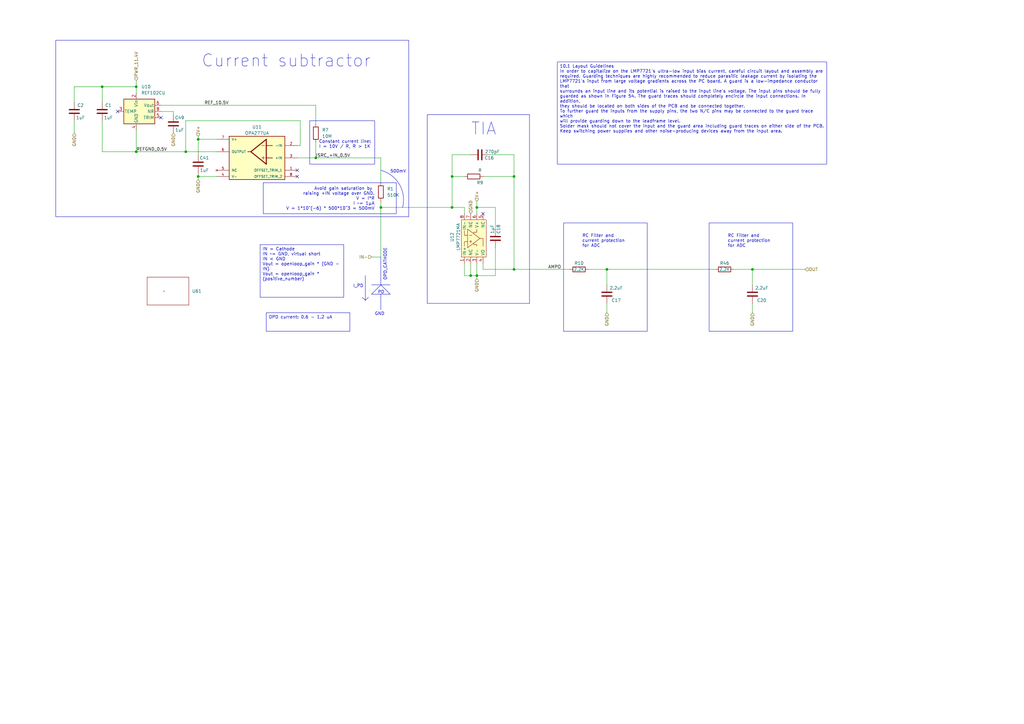
<source format=kicad_sch>
(kicad_sch (version 20230121) (generator eeschema)
  (paper "A3")
  (lib_symbols
    (symbol "Device:C" (pin_numbers hide) (pin_names (offset 0.254))
      (property "Reference" "C" (at 0.635 2.54 0))
      (property "Value" "C" (at 0.635 -2.54 0))
      (symbol "C_0_1"
        (polyline (pts (xy -2.032 -0.762) (xy 2.032 -0.762)) (stroke (width 0.508)))
        (polyline (pts (xy -2.032 0.762) (xy 2.032 0.762)) (stroke (width 0.508)))
      )
      (symbol "C_1_1"
        (pin passive line (at 0 3.81 270) (length 2.794) (name "~") (number "1"))
        (pin passive line (at 0 -3.81 90) (length 2.794) (name "~") (number "2"))
      )
    )
    (symbol "Device:R" (pin_numbers hide) (pin_names (offset 0))
      (property "Reference" "R" (at 2.032 0 90))
      (property "Value" "R" (at 0 0 90))
      (symbol "R_0_1"
        (rectangle (start -1.016 -2.54) (end 1.016 2.54) (stroke (width 0.254)))
      )
      (symbol "R_1_1"
        (pin passive line (at 0 3.81 270) (length 1.27) (name "~") (number "1"))
        (pin passive line (at 0 -3.81 90) (length 1.27) (name "~") (number "2"))
      )
    )
    (symbol "LMP7721:LMP7721MA"
      (property "Reference" "U" (at 0 6.35 0))
      (property "Value" "LMP7721MA" (at -0.635 8.89 0))
      (symbol "LMP7721MA_0_1"
        (rectangle (start -7.62 5.08) (end 7.62 -5.08) (fill (type background)))
        (polyline (pts (xy -1.778 1.27) (xy -0.762 1.27)))
        (polyline (pts (xy -1.27 1.778) (xy -1.27 0.762)))
        (polyline (pts (xy 1.27 1.778) (xy 1.27 0.762)))
        (polyline (pts (xy -1.27 2.54) (xy -1.27 3.81) (xy -3.175 3.81)))
        (polyline (pts (xy 0 -2.54) (xy 0 -3.81) (xy -3.175 -3.81)))
        (polyline (pts (xy 1.27 2.54) (xy 1.27 3.81) (xy 3.175 3.81)))
        (polyline (pts (xy -3.81 2.54) (xy 3.81 2.54) (xy 0 -2.54) (xy -3.81 2.54)))
        (polyline (pts (xy -1.905 0) (xy -2.54 0) (xy -2.54 -1.27) (xy -3.175 -1.27)))
        (polyline (pts (xy 1.905 0) (xy 2.54 0) (xy 2.54 -1.27) (xy 3.81 -1.27)))
      )
      (symbol "LMP7721MA_1_1"
        (pin input line (at -10.16 3.81 0) (length 2.54) (name "IN+") (number "1"))
        (pin passive line (at -10.16 1.27 0) (length 2.54) (name "NC") (number "2"))
        (pin power_in line (at -10.16 -1.27 0) (length 2.54) (name "V-") (number "3"))
        (pin output line (at -10.16 -3.81 0) (length 2.54) (name "VO") (number "4"))
        (pin passive line (at 10.16 -3.81 180) (length 2.54) (name "NC") (number "5"))
        (pin power_in line (at 10.16 -1.27 180) (length 2.54) (name "V+") (number "6"))
        (pin passive line (at 10.16 1.27 180) (length 2.54) (name "NC") (number "7"))
        (pin input line (at 10.16 3.81 180) (length 2.54) (name "IN-") (number "8"))
      )
    )
    (symbol "OPAx277:OPA277UA" (pin_names (offset 1.016))
      (property "Reference" "U" (at -10.16 13.97 0))
      (property "Value" "OPA277UA" (at -10.16 -6.35 0))
      (symbol "OPA277UA_0_0"
        (rectangle (start -10.16 13.97) (end 12.7 -3.81) (stroke (width 0.254)) (fill (type background)))
        (polyline (pts (xy -5.08 5.08) (xy -2.54 5.08)) (stroke (width 0.254)))
        (polyline (pts (xy -5.08 10.16) (xy -2.54 10.16)) (stroke (width 0.254)))
        (polyline (pts (xy -2.54 2.54) (xy 3.81 7.62)) (stroke (width 0.4064)))
        (polyline (pts (xy -2.54 5.08) (xy -2.54 2.54)) (stroke (width 0.4064)))
        (polyline (pts (xy -2.54 10.16) (xy -2.54 5.08)) (stroke (width 0.4064)))
        (polyline (pts (xy -2.54 12.7) (xy -2.54 10.16)) (stroke (width 0.4064)))
        (polyline (pts (xy -1.905 5.08) (xy -0.635 5.08)) (stroke (width 0.1524)))
        (polyline (pts (xy -1.905 10.16) (xy -0.635 10.16)) (stroke (width 0.1524)))
        (polyline (pts (xy -1.27 5.715) (xy -1.27 4.445)) (stroke (width 0.1524)))
        (polyline (pts (xy 3.81 7.62) (xy -2.54 12.7)) (stroke (width 0.4064)))
        (polyline (pts (xy 3.81 7.62) (xy 5.08 7.62)) (stroke (width 0.254)))
        (pin input line (at -15.24 0 0) (length 5.08) (name "OFFSET_TRIM_1") (number "1"))
        (pin input line (at -15.24 10.16 0) (length 5.08) (name "-IN") (number "2"))
        (pin input line (at -15.24 5.08 0) (length 5.08) (name "+IN") (number "3"))
        (pin power_in line (at 17.78 -2.54 180) (length 5.08) (name "V-") (number "4"))
        (pin no_connect line (at 17.78 0 180) (length 5.08) (name "NC") (number "5"))
        (pin output line (at 17.78 7.62 180) (length 5.08) (name "OUTPUT") (number "6"))
        (pin power_in line (at 17.78 12.7 180) (length 5.08) (name "V+") (number "7"))
        (pin input line (at -15.24 -2.54 0) (length 5.08) (name "OFFSET_TRIM_2") (number "8"))
      )
    )
    (symbol "Reference_Voltage:REF102CU" (pin_names (offset 0.254))
      (property "Reference" "U" (at 0 8.255 0))
      (property "Value" "REF102CU" (at 3.175 6.35 0))
      (symbol "REF102CU_0_1"
        (rectangle (start -7.62 5.08) (end 5.08 -5.08) (stroke (width 0.254)) (fill (type background)))
      )
      (symbol "REF102CU_1_1"
        (pin no_connect line (at -5.08 -5.08 90) (length 2.54) hide (name "NC") (number "1"))
        (pin power_in line (at -2.54 7.62 270) (length 2.54) (name "Vin") (number "2"))
        (pin passive line (at -10.16 0 0) (length 2.54) (name "TEMP") (number "3"))
        (pin power_in line (at -2.54 -7.62 90) (length 2.54) (name "GND") (number "4"))
        (pin passive line (at 7.62 -2.54 180) (length 2.54) (name "TRIM") (number "5"))
        (pin power_out line (at 7.62 2.54 180) (length 2.54) (name "Vout") (number "6"))
        (pin no_connect line (at 0 -5.08 90) (length 2.54) hide (name "NC") (number "7"))
        (pin passive line (at 7.62 0 180) (length 2.54) (name "NR") (number "8"))
      )
    )
    (symbol "tiabt:OPD_TIA_Outline" (pin_numbers hide) (pin_names (offset 0) hide) (in_bom no)
      (property "Reference" "U" (at 0 0 0))
      (symbol "OPD_TIA_Outline_0_1"
        (rectangle (start -6.985 5.715) (end 10.16 -5.715))
      )
    )
  )
  (junction (at 41.91 35.56))
  (junction (at 210.82 110.49))
  (junction (at 193.04 113.03))
  (junction (at 156.21 85.09))
  (junction (at 76.2 62.23))
  (junction (at 195.58 113.03))
  (junction (at 185.42 72.39))
  (junction (at 55.88 62.23))
  (junction (at 129.54 64.77))
  (junction (at 185.42 85.09))
  (junction (at 210.82 72.39))
  (junction (at 81.28 57.15))
  (junction (at 55.88 35.56))
  (junction (at 308.61 110.49))
  (junction (at 195.58 85.09))
  (junction (at 248.92 110.49))
  (junction (at 81.28 72.39))
  (no_connect (at 198.12 87.63))
  (no_connect (at 48.26 45.72))
  (no_connect (at 66.04 48.26))
  (no_connect (at 121.92 69.85))
  (no_connect (at 121.92 72.39))
  (wire (pts (xy 76.2 49.53) (xy 123.19 49.53)))
  (wire (pts (xy 210.82 110.49) (xy 233.68 110.49)))
  (wire (pts (xy 190.5 85.09) (xy 190.5 87.63)))
  (wire (pts (xy 308.61 124.46) (xy 308.61 128.27)))
  (wire (pts (xy 248.92 110.49) (xy 293.37 110.49)))
  (wire (pts (xy 193.04 113.03) (xy 193.04 107.95)))
  (wire (pts (xy 203.2 85.09) (xy 203.2 93.98)))
  (wire (pts (xy 193.04 113.03) (xy 195.58 113.03)))
  (polyline (pts (xy 152.4 120.65) (xy 160.02 120.65)))
  (wire (pts (xy 190.5 107.95) (xy 190.5 113.03)))
  (wire (pts (xy 121.92 64.77) (xy 129.54 64.77)))
  (wire (pts (xy 195.58 85.09) (xy 195.58 87.63)))
  (wire (pts (xy 129.54 43.18) (xy 129.54 50.8)))
  (wire (pts (xy 198.12 72.39) (xy 210.82 72.39)))
  (wire (pts (xy 129.54 58.42) (xy 129.54 64.77)))
  (wire (pts (xy 308.61 110.49) (xy 308.61 116.84)))
  (wire (pts (xy 30.48 35.56) (xy 41.91 35.56)))
  (wire (pts (xy 55.88 53.34) (xy 55.88 62.23)))
  (wire (pts (xy 81.28 73.66) (xy 81.28 72.39)))
  (wire (pts (xy 55.88 62.23) (xy 76.2 62.23)))
  (wire (pts (xy 248.92 124.46) (xy 248.92 128.27)))
  (wire (pts (xy 308.61 110.49) (xy 330.2 110.49)))
  (wire (pts (xy 71.12 45.72) (xy 71.12 46.99)))
  (polyline (pts (xy 156.21 105.41) (xy 156.21 116.84)))
  (wire (pts (xy 30.48 49.53) (xy 30.48 54.61)))
  (wire (pts (xy 210.82 63.5) (xy 210.82 72.39)))
  (polyline (pts (xy 152.4 116.84) (xy 160.02 116.84)))
  (wire (pts (xy 55.88 35.56) (xy 55.88 38.1)))
  (wire (pts (xy 198.12 110.49) (xy 210.82 110.49)))
  (wire (pts (xy 185.42 85.09) (xy 190.5 85.09)))
  (wire (pts (xy 198.12 110.49) (xy 198.12 107.95)))
  (wire (pts (xy 190.5 113.03) (xy 193.04 113.03)))
  (wire (pts (xy 81.28 71.12) (xy 81.28 72.39)))
  (wire (pts (xy 195.58 85.09) (xy 203.2 85.09)))
  (wire (pts (xy 76.2 62.23) (xy 76.2 49.53)))
  (polyline (pts (xy 156.21 120.65) (xy 156.21 127)))
  (wire (pts (xy 185.42 72.39) (xy 190.5 72.39)))
  (wire (pts (xy 81.28 57.15) (xy 88.9 57.15)))
  (wire (pts (xy 156.21 82.55) (xy 156.21 85.09)))
  (wire (pts (xy 156.21 74.93) (xy 156.21 64.77)))
  (wire (pts (xy 81.28 72.39) (xy 88.9 72.39)))
  (wire (pts (xy 185.42 63.5) (xy 193.04 63.5)))
  (wire (pts (xy 55.88 33.02) (xy 55.88 35.56)))
  (polyline (pts (xy 160.02 120.65) (xy 156.21 116.84)))
  (wire (pts (xy 152.4 105.41) (xy 156.21 105.41)))
  (wire (pts (xy 123.19 59.69) (xy 121.92 59.69)))
  (wire (pts (xy 248.92 110.49) (xy 248.92 116.84)))
  (wire (pts (xy 195.58 113.03) (xy 195.58 107.95)))
  (wire (pts (xy 41.91 35.56) (xy 41.91 41.91)))
  (polyline (pts (xy 149.86 113.03) (xy 149.86 123.19)))
  (wire (pts (xy 300.99 110.49) (xy 308.61 110.49)))
  (wire (pts (xy 185.42 72.39) (xy 185.42 85.09)))
  (wire (pts (xy 55.88 35.56) (xy 41.91 35.56)))
  (wire (pts (xy 200.66 63.5) (xy 210.82 63.5)))
  (wire (pts (xy 81.28 57.15) (xy 81.28 63.5)))
  (wire (pts (xy 30.48 41.91) (xy 30.48 35.56)))
  (wire (pts (xy 185.42 63.5) (xy 185.42 72.39)))
  (wire (pts (xy 203.2 101.6) (xy 203.2 113.03)))
  (wire (pts (xy 76.2 62.23) (xy 88.9 62.23)))
  (polyline (pts (xy 148.59 121.92) (xy 149.86 123.19)))
  (wire (pts (xy 156.21 64.77) (xy 129.54 64.77)))
  (wire (pts (xy 195.58 82.55) (xy 195.58 85.09)))
  (wire (pts (xy 129.54 43.18) (xy 66.04 43.18)))
  (wire (pts (xy 123.19 49.53) (xy 123.19 59.69)))
  (wire (pts (xy 41.91 62.23) (xy 55.88 62.23)))
  (wire (pts (xy 41.91 49.53) (xy 41.91 62.23)))
  (polyline (pts (xy 151.13 121.92) (xy 149.86 123.19)))
  (wire (pts (xy 195.58 113.03) (xy 195.58 114.3)))
  (wire (pts (xy 210.82 72.39) (xy 210.82 110.49)))
  (wire (pts (xy 156.21 85.09) (xy 185.42 85.09)))
  (polyline (pts (xy 152.4 120.65) (xy 156.21 116.84)))
  (wire (pts (xy 66.04 45.72) (xy 71.12 45.72)))
  (wire (pts (xy 195.58 113.03) (xy 203.2 113.03)))
  (wire (pts (xy 241.3 110.49) (xy 248.92 110.49)))
  (wire (pts (xy 156.21 85.09) (xy 156.21 105.41)))
  (wire (pts (xy 81.28 55.88) (xy 81.28 57.15)))
  (rectangle (start 175.26 46.99) (end 217.17 124.46))
  (rectangle (start 107.95 74.93) (end 162.56 87.63))
  (rectangle (start 290.83 91.44) (end 325.12 135.89))
  (arc (start 156.21 69.85) (mid 163.8113 75.6288) (end 165.1 85.09))
  (rectangle (start 127 49.53) (end 153.67 67.31))
  (rectangle (start 231.14 91.44) (end 265.43 135.89))
  (rectangle (start 22.86 16.51) (end 167.64 88.9))
  (text_box "10.1 Layout Guidelines\nIn order to capitalize on the LMP7721's ultra-low input bias current, careful circuit layout and assembly are\nrequired. Guarding techniques are highly recommended to reduce parasitic leakage current by isolating the\nLMP7721's input from large voltage gradients across the PC board. A guard is a low-impedance conductor that\nsurrounds an input line and its potential is raised to the input line's voltage. The input pins should be fully\nguarded as shown in Figure 54. The guard traces should completely encircle the input connections. In addition,\nthey should be located on both sides of the PCB and be connected together.\nTo further guard the inputs from the supply pins, the two N/C pins may be connected to the guard trace which\nwill provide guarding down to the leadframe level.\nSolder mask should not cover the input and the guard area including guard traces on either side of the PCB.\nKeep switching power supplies and other noise-producing devices away from the input area." (at 228.6 25.4 0) (size 110.49 41.91) (effects (font (size 1.27 1.27)) (justify left top)))
  (text_box "IN = Cathode\nIN ~= GND, virtual short\nIN < GND\nVout = openloop_gain * (GND - IN)\nVout = openloop_gain * (positive_number)" (at 106.68 100.33 0) (size 34.29 21.59) (effects (font (size 1.27 1.27)) (justify left top)))
  (text_box "OPD current: 0.6 - 1.2 uA" (at 109.22 128.27 0) (size 34.29 7.62) (effects (font (size 1.27 1.27)) (justify left top)))
  (text "I_PD" (at 144.78 118.11 0) (effects (font (size 1.27 1.27)) (justify left bottom)))
  (text "Constant current line:\nI = 10V / R, R > 1K" (at 130.81 60.96 0) (effects (font (size 1.27 1.27)) (justify left bottom)))
  (text "PD" (at 154.94 120.65 0) (effects (font (size 1.27 1.27)) (justify left bottom)))
  (text "TIA" (at 193.04 55.88 0) (effects (font (size 5 5)) (justify left bottom)))
  (text "RC Filter and \ncurrent protection \nfor ADC" (at 298.45 101.6 0) (effects (font (size 1.27 1.27)) (justify left bottom)))
  (text "GND" (at 153.67 129.54 0) (effects (font (size 1.27 1.27)) (justify left bottom)))
  (text "Avoid gain saturation by \nraising +IN voltage over GND.\nV = I*R\nI ~= 1µA\nV = 1*10^(-6) * 500*10^3 = 500mV" (at 153.67 86.36 0) (effects (font (size 1.27 1.27)) (justify right bottom)))
  (text "500mV" (at 160.02 71.12 0) (effects (font (size 1.27 1.27)) (justify left bottom)))
  (text "OPD_CATHODE" (at 158.75 101.6 90) (effects (font (size 1.27 1.27)) (justify right bottom)))
  (text "Current subtractor" (at 82.55 27.94 0) (effects (font (size 5 5)) (justify left bottom)))
  (text "RC Filter and \ncurrent protection \nfor ADC" (at 238.76 101.6 0) (effects (font (size 1.27 1.27)) (justify left bottom)))
  (label "REF_10.5V" (at 83.82 43.18 0))
  (label "ISRC_+IN_0.5V" (at 129.54 64.77 0))
  (label "AMPO" (at 224.79 110.49 0))
  (label "REFGND_0.5V" (at 55.88 62.23 0))
  (hierarchical_label "GND" (shape input) (at 81.28 73.66 270))
  (hierarchical_label "GND" (shape input) (at 30.48 54.61 270))
  (hierarchical_label "GND" (shape input) (at 71.12 54.61 270))
  (hierarchical_label "IN-" (shape input) (at 152.4 105.41 180))
  (hierarchical_label "GND" (shape input) (at 248.92 128.27 270))
  (hierarchical_label "OUT" (shape input) (at 330.2 110.49 0))
  (hierarchical_label "GND" (shape input) (at 195.58 114.3 270))
  (hierarchical_label "V+" (shape input) (at 81.28 55.88 90))
  (hierarchical_label "GND" (shape input) (at 308.61 128.27 270))
  (hierarchical_label "PWR_11.4V" (shape input) (at 55.88 33.02 90))
  (hierarchical_label "V+" (shape input) (at 195.58 82.55 90))
  (hierarchical_label "GND" (shape input) (at 193.04 87.63 90))
  (symbol (lib_id "Reference_Voltage:REF102CU") (at 58.42 45.72 0) (unit 1)
    (property "Reference" "U10" (at 57.8994 35.56 0) (effects (justify left)))
    (property "Value" "REF102CU" (at 57.8994 38.1 0) (effects (justify left)))
    (property "Footprint" "Package_SO:SOIC-8_3.9x4.9mm_P1.27mm" (effects hide))
    (property "Datasheet" "http://www.ti.com/lit/ds/symlink/ref02.pdf" (effects hide))
    (instances (project "project1" (path "" (reference "U10") (unit 1)) (path "" (reference "U3") (unit 1)) (path "" (reference "U17") (unit 1)) (path "" (reference "U20") (unit 1)) (path "" (reference "U23") (unit 1)) (path "" (reference "U48") (unit 1)) (path "" (reference "U51") (unit 1)) (path "" (reference "U45") (unit 1))))
  )
  (symbol (lib_id "Device:C") (at 71.12 50.8 180) (unit 1)
    (property "Reference" "C49" (at 73.66 48.26 0))
    (property "Value" "1uF" (at 73.66 53.34 0))
    (property "Footprint" "Capacitor_SMD:C_0603_1608Metric" (effects hide))
    (instances (project "project1" (path "" (reference "C49") (unit 1)) (path "" (reference "C24") (unit 1)) (path "" (reference "C36") (unit 1)) (path "" (reference "C44") (unit 1)) (path "" (reference "C61") (unit 1)) (path "" (reference "C100") (unit 1)) (path "" (reference "C107") (unit 1)) (path "" (reference "C86") (unit 1))))
  )
  (symbol (lib_id "LMP7721:LMP7721MA") (at 194.31 97.79 90) (unit 1)
    (property "Reference" "U12" (at 185.42 95.25 0) (effects (justify right)))
    (property "Value" "LMP7721MA" (at 187.96 91.44 0) (effects (justify right)))
    (property "Footprint" "Package_SO:SOIC-8_3.9x4.9mm_P1.27mm" (effects hide))
    (instances (project "project1" (path "" (reference "U12") (unit 1)) (path "" (reference "U16") (unit 1)) (path "" (reference "U19") (unit 1)) (path "" (reference "U22") (unit 1)) (path "" (reference "U36") (unit 1)) (path "" (reference "U50") (unit 1)) (path "" (reference "U53") (unit 1)) (path "" (reference "U47") (unit 1))))
  )
  (symbol (lib_id "Device:R") (at 156.21 78.74 180) (unit 1)
    (property "Reference" "R1" (at 158.75 77.47 0) (effects (justify right)))
    (property "Value" "510K" (at 158.75 80.01 0) (effects (justify right)))
    (property "Footprint" "tiabt:TIA_R_0603_1608Metric" (effects hide))
    (instances (project "project1" (path "" (reference "R1") (unit 1)) (path "" (reference "R3") (unit 1)) (path "" (reference "R15") (unit 1)) (path "" (reference "R21") (unit 1)) (path "" (reference "R26") (unit 1)) (path "" (reference "R31") (unit 1)) (path "" (reference "R37") (unit 1)) (path "" (reference "R40") (unit 1))))
  )
  (symbol (lib_id "tiabt:OPD_TIA_Outline") (at 67.31 119.38 0) (unit 1) (in_bom no)
    (property "Reference" "U61" (at 78.74 119.38 0) (effects (justify left)))
    (property "Value" "~" (at 67.31 119.38 0))
    (property "Footprint" "tiabt:OPD_TIA_Outline" (effects hide))
    (property "Sim.Enable" "0" (effects hide))
    (instances (project "project1" (path "" (reference "U61") (unit 1)) (path "" (reference "U62") (unit 1)) (path "" (reference "U63") (unit 1)) (path "" (reference "U64") (unit 1)) (path "" (reference "U65") (unit 1)) (path "" (reference "U66") (unit 1)) (path "" (reference "U68") (unit 1)) (path "" (reference "U67") (unit 1))))
  )
  (symbol (lib_id "Device:C") (at 30.48 45.72 180) (unit 1)
    (property "Reference" "C2" (at 33.02 43.18 0))
    (property "Value" "1uF" (at 33.02 48.26 0))
    (property "Footprint" "Capacitor_SMD:C_0603_1608Metric" (effects hide))
    (instances (project "project1" (path "" (reference "C2") (unit 1)) (path "" (reference "C22") (unit 1)) (path "" (reference "C29") (unit 1)) (path "" (reference "C42") (unit 1)) (path "" (reference "C55") (unit 1)) (path "" (reference "C98") (unit 1)) (path "" (reference "C105") (unit 1)) (path "" (reference "C84") (unit 1))))
  )
  (symbol (lib_id "OPAx277:OPA277UA") (at 106.68 69.85 0) (mirror y) (unit 1)
    (property "Reference" "U11" (at 105.41 52.07 0))
    (property "Value" "OPA277UA" (at 105.41 54.61 0))
    (property "Footprint" "Package_SO:SOIC-8_3.9x4.9mm_P1.27mm" (effects hide))
    (property "PARTREV" "02/2019" (effects hide))
    (property "MAXIMUM_PACKAGE_HEIGHT" "1.75 mm" (effects hide))
    (property "STANDARD" "IPC 7351B" (effects hide))
    (property "MANUFACTURER" "Texas Instruments" (effects hide))
    (instances (project "project1" (path "" (reference "U11") (unit 1)) (path "" (reference "U15") (unit 1)) (path "" (reference "U18") (unit 1)) (path "" (reference "U21") (unit 1)) (path "" (reference "U24") (unit 1)) (path "" (reference "U49") (unit 1)) (path "" (reference "U52") (unit 1)) (path "" (reference "U46") (unit 1))))
  )
  (symbol (lib_id "Device:C") (at 81.28 67.31 180) (unit 1)
    (property "Reference" "C41" (at 83.82 64.77 0))
    (property "Value" "1uF" (at 83.82 69.85 0))
    (property "Footprint" "Capacitor_SMD:C_0603_1608Metric" (effects hide))
    (instances (project "project1" (path "" (reference "C41") (unit 1)) (path "" (reference "C25") (unit 1)) (path "" (reference "C37") (unit 1)) (path "" (reference "C45") (unit 1)) (path "" (reference "C62") (unit 1)) (path "" (reference "C101") (unit 1)) (path "" (reference "C108") (unit 1)) (path "" (reference "C87") (unit 1))))
  )
  (symbol (lib_id "Device:R") (at 194.31 72.39 90) (unit 1)
    (property "Reference" "R9" (at 196.85 74.93 90))
    (property "Value" "R" (at 196.85 69.85 90))
    (property "Footprint" "tiabt:FB_R_1206_3216Metric" (effects hide))
    (instances (project "project1" (path "" (reference "R9") (unit 1)) (path "" (reference "R11") (unit 1)) (path "" (reference "R17") (unit 1)) (path "" (reference "R22") (unit 1)) (path "" (reference "R28") (unit 1)) (path "" (reference "R32") (unit 1)) (path "" (reference "R38") (unit 1)) (path "" (reference "R41") (unit 1))))
  )
  (symbol (lib_id "Device:C") (at 196.85 63.5 90) (unit 1)
    (property "Reference" "C16" (at 200.66 64.77 90))
    (property "Value" "270pF" (at 201.93 62.23 90))
    (property "Footprint" "tiabt:FB_C_0603_1608Metric" (effects hide))
    (instances (project "project1" (path "" (reference "C16") (unit 1)) (path "" (reference "C26") (unit 1)) (path "" (reference "C38") (unit 1)) (path "" (reference "C47") (unit 1)) (path "" (reference "C63") (unit 1)) (path "" (reference "C102") (unit 1)) (path "" (reference "C109") (unit 1)) (path "" (reference "C88") (unit 1))))
  )
  (symbol (lib_id "Device:R") (at 297.18 110.49 270) (unit 1)
    (property "Reference" "R46" (at 297.18 107.95 90))
    (property "Value" "2.2K" (at 297.18 110.49 90))
    (property "Footprint" "Resistor_SMD:R_0603_1608Metric" (effects hide))
    (instances (project "project1" (path "" (reference "R46") (unit 1)) (path "" (reference "R47") (unit 1)) (path "" (reference "R48") (unit 1)) (path "" (reference "R49") (unit 1)) (path "" (reference "R50") (unit 1)) (path "" (reference "R51") (unit 1)) (path "" (reference "R52") (unit 1)) (path "" (reference "R53") (unit 1))))
  )
  (symbol (lib_id "Device:C") (at 248.92 120.65 180) (unit 1)
    (property "Reference" "C17" (at 252.73 123.19 0))
    (property "Value" "2.2uF" (at 252.73 118.11 0))
    (property "Footprint" "Capacitor_SMD:C_0603_1608Metric" (effects hide))
    (instances (project "project1" (path "" (reference "C17") (unit 1)) (path "" (reference "C28") (unit 1)) (path "" (reference "C40") (unit 1)) (path "" (reference "C53") (unit 1)) (path "" (reference "C97") (unit 1)) (path "" (reference "C104") (unit 1)) (path "" (reference "C111") (unit 1)) (path "" (reference "C112") (unit 1))))
  )
  (symbol (lib_id "Device:C") (at 308.61 120.65 180) (unit 1)
    (property "Reference" "C20" (at 312.42 123.19 0))
    (property "Value" "2.2uF" (at 312.42 118.11 0))
    (property "Footprint" "Capacitor_SMD:C_0603_1608Metric" (effects hide))
    (instances (project "project1" (path "" (reference "C20") (unit 1)) (path "" (reference "C21") (unit 1)) (path "" (reference "C115") (unit 1)) (path "" (reference "C116") (unit 1)) (path "" (reference "C117") (unit 1)) (path "" (reference "C118") (unit 1)) (path "" (reference "C119") (unit 1)) (path "" (reference "C120") (unit 1))))
  )
  (symbol (lib_id "Device:R") (at 129.54 54.61 180) (unit 1)
    (property "Reference" "R7" (at 132.08 53.34 0) (effects (justify right)))
    (property "Value" "10M" (at 132.08 55.88 0) (effects (justify right)))
    (property "Footprint" "Resistor_SMD:R_0603_1608Metric" (effects hide))
    (instances (project "project1" (path "" (reference "R7") (unit 1)) (path "" (reference "R2") (unit 1)) (path "" (reference "R14") (unit 1)) (path "" (reference "R19") (unit 1)) (path "" (reference "R25") (unit 1)) (path "" (reference "R30") (unit 1)) (path "" (reference "R34") (unit 1)) (path "" (reference "R27") (unit 1))))
  )
  (symbol (lib_id "Device:R") (at 237.49 110.49 270) (unit 1)
    (property "Reference" "R10" (at 237.49 107.95 90))
    (property "Value" "2.2K" (at 237.49 110.49 90))
    (property "Footprint" "Resistor_SMD:R_0603_1608Metric" (effects hide))
    (instances (project "project1" (path "" (reference "R10") (unit 1)) (path "" (reference "R13") (unit 1)) (path "" (reference "R18") (unit 1)) (path "" (reference "R23") (unit 1)) (path "" (reference "R29") (unit 1)) (path "" (reference "R33") (unit 1)) (path "" (reference "R39") (unit 1)) (path "" (reference "R42") (unit 1))))
  )
  (symbol (lib_id "Device:C") (at 203.2 97.79 180) (unit 1)
    (property "Reference" "C18" (at 204.47 93.98 90))
    (property "Value" "1µF" (at 201.93 93.98 90))
    (property "Footprint" "Capacitor_SMD:C_0603_1608Metric" (effects hide))
    (instances (project "project1" (path "" (reference "C18") (unit 1)) (path "" (reference "C27") (unit 1)) (path "" (reference "C39") (unit 1)) (path "" (reference "C51") (unit 1)) (path "" (reference "C64") (unit 1)) (path "" (reference "C103") (unit 1)) (path "" (reference "C110") (unit 1)) (path "" (reference "C96") (unit 1))))
  )
  (symbol (lib_id "Device:C") (at 41.91 45.72 180) (unit 1)
    (property "Reference" "C1" (at 44.45 43.18 0))
    (property "Value" "1uF" (at 44.45 48.26 0))
    (property "Footprint" "Capacitor_SMD:C_0603_1608Metric" (effects hide))
    (instances (project "project1" (path "" (reference "C1") (unit 1)) (path "" (reference "C23") (unit 1)) (path "" (reference "C35") (unit 1)) (path "" (reference "C43") (unit 1)) (path "" (reference "C57") (unit 1)) (path "" (reference "C99") (unit 1)) (path "" (reference "C106") (unit 1)) (path "" (reference "C85") (unit 1))))
  )
)
</source>
